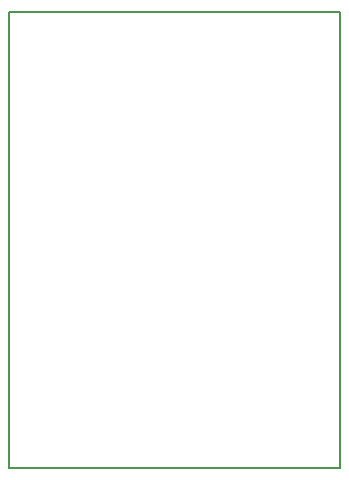
<source format=gbr>
%TF.GenerationSoftware,KiCad,Pcbnew,7.0.9*%
%TF.CreationDate,2024-08-20T21:59:07+03:00*%
%TF.ProjectId,LED-HeadBand,4c45442d-4865-4616-9442-616e642e6b69,rev?*%
%TF.SameCoordinates,Original*%
%TF.FileFunction,Profile,NP*%
%FSLAX46Y46*%
G04 Gerber Fmt 4.6, Leading zero omitted, Abs format (unit mm)*
G04 Created by KiCad (PCBNEW 7.0.9) date 2024-08-20 21:59:07*
%MOMM*%
%LPD*%
G01*
G04 APERTURE LIST*
%TA.AperFunction,Profile*%
%ADD10C,0.150000*%
%TD*%
G04 APERTURE END LIST*
D10*
X124000000Y-25400000D02*
X152000000Y-25400000D01*
X152000000Y-64000000D01*
X124000000Y-64000000D01*
X124000000Y-25400000D01*
M02*

</source>
